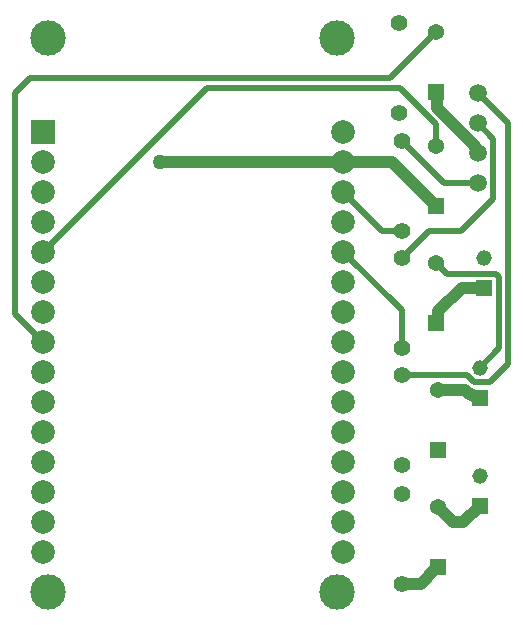
<source format=gbr>
G04*
G04 #@! TF.GenerationSoftware,Altium Limited,Altium Designer,22.4.2 (48)*
G04*
G04 Layer_Physical_Order=2*
G04 Layer_Color=255*
%FSLAX25Y25*%
%MOIN*%
G70*
G04*
G04 #@! TF.SameCoordinates,AC32F47B-EC56-4475-8078-1485B9E55ABE*
G04*
G04*
G04 #@! TF.FilePolarity,Positive*
G04*
G01*
G75*
%ADD23C,0.01968*%
%ADD24C,0.03937*%
%ADD25C,0.11811*%
%ADD26C,0.07874*%
%ADD27R,0.07874X0.07874*%
%ADD28C,0.05189*%
%ADD29R,0.05189X0.05189*%
%ADD30C,0.05394*%
%ADD31R,0.05394X0.05394*%
%ADD32C,0.05512*%
%ADD33C,0.05984*%
%ADD34C,0.05000*%
D23*
X530188Y131187D02*
X531000Y132000D01*
X530500Y272500D02*
Y279724D01*
X454117Y291700D02*
X518524D01*
X530500Y279724D01*
X545350Y193740D02*
X548540D01*
X519000Y196000D02*
X540769D01*
X543028Y193740D01*
X545350D01*
X548540D02*
X554468Y199669D01*
X534200Y229800D02*
X550347D01*
X545000Y198500D02*
X551500Y205000D01*
Y228647D01*
X544500Y290000D02*
X554468Y280031D01*
X550347Y229800D02*
X551500Y228647D01*
X554468Y199669D02*
Y280031D01*
X390300Y216283D02*
Y290000D01*
X399500Y237083D02*
X454117Y291700D01*
X515000Y295000D02*
X530500Y310500D01*
X395300Y295000D02*
X515000D01*
X390300Y290000D02*
X395300Y295000D01*
X390300Y216283D02*
X399500Y207083D01*
X533000Y260000D02*
X544500D01*
X519000Y274000D02*
X533000Y260000D01*
X499500Y237083D02*
X519000Y217583D01*
Y205000D02*
Y217583D01*
Y235000D02*
X528000Y244000D01*
X538858D01*
X549658Y254800D01*
Y274842D01*
X544500Y280000D02*
X549658Y274842D01*
X530500Y233500D02*
X534200Y229800D01*
X499500Y257083D02*
X512583Y244000D01*
X519000D01*
D24*
Y126500D02*
X525500D01*
X530272Y131272D01*
X530500Y290500D02*
X530843Y290157D01*
Y284971D02*
X543476Y272338D01*
X530843Y284971D02*
Y290157D01*
X543476Y271578D02*
Y272338D01*
Y271578D02*
X544500Y270554D01*
Y270000D02*
Y270554D01*
X539000Y225000D02*
X546500D01*
X531228Y217228D02*
X539000Y225000D01*
X530500Y213500D02*
X531228Y214228D01*
Y217228D01*
X531000Y152000D02*
X536119Y146881D01*
X539381D01*
X545000Y152500D01*
X542729Y189126D02*
X544374D01*
X542068Y189787D02*
X542729Y189126D01*
X540178Y191000D02*
X541391Y189787D01*
X542068D01*
X544374Y189126D02*
X545000Y188500D01*
X531366Y191000D02*
X540178D01*
X438583Y267083D02*
X499500D01*
X515917D01*
X530500Y252500D01*
D25*
X401154Y308421D02*
D03*
X497650D02*
D03*
Y123579D02*
D03*
X401154D02*
D03*
D26*
X499500Y137083D02*
D03*
Y147083D02*
D03*
Y157083D02*
D03*
Y167083D02*
D03*
Y177083D02*
D03*
Y187083D02*
D03*
Y197083D02*
D03*
Y207083D02*
D03*
Y217083D02*
D03*
Y227083D02*
D03*
Y237083D02*
D03*
Y247083D02*
D03*
Y257083D02*
D03*
Y267083D02*
D03*
Y277083D02*
D03*
X399500Y137083D02*
D03*
Y147083D02*
D03*
Y157083D02*
D03*
Y167083D02*
D03*
Y177083D02*
D03*
Y187083D02*
D03*
Y197083D02*
D03*
Y207083D02*
D03*
Y217083D02*
D03*
Y227083D02*
D03*
Y237083D02*
D03*
Y247083D02*
D03*
Y257083D02*
D03*
Y267083D02*
D03*
D27*
Y277083D02*
D03*
D28*
X545000Y162500D02*
D03*
Y198500D02*
D03*
X546500Y235000D02*
D03*
D29*
X545000Y152500D02*
D03*
Y188500D02*
D03*
X546500Y225000D02*
D03*
D30*
X531000Y152000D02*
D03*
Y191000D02*
D03*
X530500Y233500D02*
D03*
Y272500D02*
D03*
Y310500D02*
D03*
D31*
X531000Y132000D02*
D03*
Y171000D02*
D03*
X530500Y213500D02*
D03*
Y252500D02*
D03*
Y290500D02*
D03*
D32*
X519000Y156500D02*
D03*
Y126500D02*
D03*
Y196000D02*
D03*
Y166000D02*
D03*
Y235000D02*
D03*
Y205000D02*
D03*
Y274000D02*
D03*
Y244000D02*
D03*
X518000Y313500D02*
D03*
Y283500D02*
D03*
D33*
X544500Y260000D02*
D03*
Y270000D02*
D03*
Y280000D02*
D03*
Y290000D02*
D03*
D34*
X438583Y267083D02*
D03*
M02*

</source>
